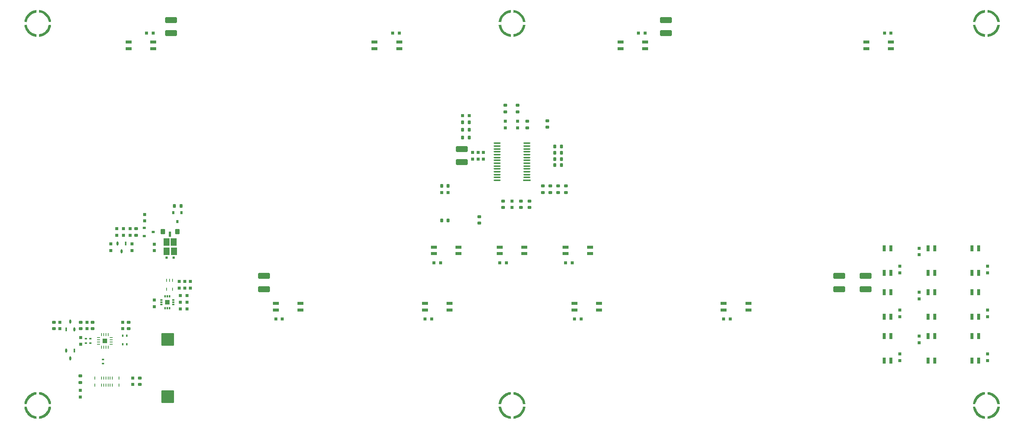
<source format=gtp>
G04*
G04 #@! TF.GenerationSoftware,Altium Limited,Altium Designer,24.5.1 (21)*
G04*
G04 Layer_Color=8421504*
%FSLAX25Y25*%
%MOIN*%
G70*
G04*
G04 #@! TF.SameCoordinates,89CE71C2-79D1-448F-8852-A8AA6FA4BD66*
G04*
G04*
G04 #@! TF.FilePolarity,Positive*
G04*
G01*
G75*
%ADD22R,0.02489X0.02362*%
%ADD23R,0.02489X0.05118*%
%ADD24R,0.05245X0.06693*%
%ADD25R,0.03984X0.03984*%
G04:AMPARAMS|DCode=26|XSize=27.56mil|YSize=30.32mil|CornerRadius=2.76mil|HoleSize=0mil|Usage=FLASHONLY|Rotation=270.000|XOffset=0mil|YOffset=0mil|HoleType=Round|Shape=RoundedRectangle|*
%AMROUNDEDRECTD26*
21,1,0.02756,0.02480,0,0,270.0*
21,1,0.02205,0.03032,0,0,270.0*
1,1,0.00551,-0.01240,-0.01102*
1,1,0.00551,-0.01240,0.01102*
1,1,0.00551,0.01240,0.01102*
1,1,0.00551,0.01240,-0.01102*
%
%ADD26ROUNDEDRECTD26*%
G04:AMPARAMS|DCode=27|XSize=27.56mil|YSize=27.56mil|CornerRadius=2.76mil|HoleSize=0mil|Usage=FLASHONLY|Rotation=270.000|XOffset=0mil|YOffset=0mil|HoleType=Round|Shape=RoundedRectangle|*
%AMROUNDEDRECTD27*
21,1,0.02756,0.02205,0,0,270.0*
21,1,0.02205,0.02756,0,0,270.0*
1,1,0.00551,-0.01102,-0.01102*
1,1,0.00551,-0.01102,0.01102*
1,1,0.00551,0.01102,0.01102*
1,1,0.00551,0.01102,-0.01102*
%
%ADD27ROUNDEDRECTD27*%
G04:AMPARAMS|DCode=28|XSize=27.56mil|YSize=27.56mil|CornerRadius=1.18mil|HoleSize=0mil|Usage=FLASHONLY|Rotation=270.000|XOffset=0mil|YOffset=0mil|HoleType=Round|Shape=RoundedRectangle|*
%AMROUNDEDRECTD28*
21,1,0.02756,0.02520,0,0,270.0*
21,1,0.02520,0.02756,0,0,270.0*
1,1,0.00236,-0.01260,-0.01260*
1,1,0.00236,-0.01260,0.01260*
1,1,0.00236,0.01260,0.01260*
1,1,0.00236,0.01260,-0.01260*
%
%ADD28ROUNDEDRECTD28*%
G04:AMPARAMS|DCode=29|XSize=55.12mil|YSize=28.35mil|CornerRadius=1.26mil|HoleSize=0mil|Usage=FLASHONLY|Rotation=0.000|XOffset=0mil|YOffset=0mil|HoleType=Round|Shape=RoundedRectangle|*
%AMROUNDEDRECTD29*
21,1,0.05512,0.02583,0,0,0.0*
21,1,0.05260,0.02835,0,0,0.0*
1,1,0.00252,0.02630,-0.01291*
1,1,0.00252,-0.02630,-0.01291*
1,1,0.00252,-0.02630,0.01291*
1,1,0.00252,0.02630,0.01291*
%
%ADD29ROUNDEDRECTD29*%
G04:AMPARAMS|DCode=30|XSize=55.12mil|YSize=28.35mil|CornerRadius=1.26mil|HoleSize=0mil|Usage=FLASHONLY|Rotation=90.000|XOffset=0mil|YOffset=0mil|HoleType=Round|Shape=RoundedRectangle|*
%AMROUNDEDRECTD30*
21,1,0.05512,0.02583,0,0,90.0*
21,1,0.05260,0.02835,0,0,90.0*
1,1,0.00252,0.01291,0.02630*
1,1,0.00252,0.01291,-0.02630*
1,1,0.00252,-0.01291,-0.02630*
1,1,0.00252,-0.01291,0.02630*
%
%ADD30ROUNDEDRECTD30*%
%ADD31R,0.00787X0.02953*%
G04:AMPARAMS|DCode=32|XSize=9.84mil|YSize=29.53mil|CornerRadius=1.48mil|HoleSize=0mil|Usage=FLASHONLY|Rotation=90.000|XOffset=0mil|YOffset=0mil|HoleType=Round|Shape=RoundedRectangle|*
%AMROUNDEDRECTD32*
21,1,0.00984,0.02657,0,0,90.0*
21,1,0.00689,0.02953,0,0,90.0*
1,1,0.00295,0.01329,0.00345*
1,1,0.00295,0.01329,-0.00345*
1,1,0.00295,-0.01329,-0.00345*
1,1,0.00295,-0.01329,0.00345*
%
%ADD32ROUNDEDRECTD32*%
G04:AMPARAMS|DCode=33|XSize=9.84mil|YSize=29.53mil|CornerRadius=1.48mil|HoleSize=0mil|Usage=FLASHONLY|Rotation=0.000|XOffset=0mil|YOffset=0mil|HoleType=Round|Shape=RoundedRectangle|*
%AMROUNDEDRECTD33*
21,1,0.00984,0.02657,0,0,0.0*
21,1,0.00689,0.02953,0,0,0.0*
1,1,0.00295,0.00345,-0.01329*
1,1,0.00295,-0.00345,-0.01329*
1,1,0.00295,-0.00345,0.01329*
1,1,0.00295,0.00345,0.01329*
%
%ADD33ROUNDEDRECTD33*%
G04:AMPARAMS|DCode=34|XSize=42.33mil|YSize=42.33mil|CornerRadius=0mil|HoleSize=0mil|Usage=FLASHONLY|Rotation=0.000|XOffset=0mil|YOffset=0mil|HoleType=Round|Shape=RoundedRectangle|*
%AMROUNDEDRECTD34*
21,1,0.04233,0.04233,0,0,0.0*
21,1,0.04233,0.04233,0,0,0.0*
1,1,0.00000,0.02116,-0.02116*
1,1,0.00000,-0.02116,-0.02116*
1,1,0.00000,-0.02116,0.02116*
1,1,0.00000,0.02116,0.02116*
%
%ADD34ROUNDEDRECTD34*%
%ADD35R,0.01759X0.03775*%
G04:AMPARAMS|DCode=36|XSize=37.75mil|YSize=17.59mil|CornerRadius=8.8mil|HoleSize=0mil|Usage=FLASHONLY|Rotation=270.000|XOffset=0mil|YOffset=0mil|HoleType=Round|Shape=RoundedRectangle|*
%AMROUNDEDRECTD36*
21,1,0.03775,0.00000,0,0,270.0*
21,1,0.02015,0.01759,0,0,270.0*
1,1,0.01759,0.00000,-0.01008*
1,1,0.01759,0.00000,0.01008*
1,1,0.01759,0.00000,0.01008*
1,1,0.01759,0.00000,-0.01008*
%
%ADD36ROUNDEDRECTD36*%
G04:AMPARAMS|DCode=37|XSize=15.75mil|YSize=19.68mil|CornerRadius=0.49mil|HoleSize=0mil|Usage=FLASHONLY|Rotation=0.000|XOffset=0mil|YOffset=0mil|HoleType=Round|Shape=RoundedRectangle|*
%AMROUNDEDRECTD37*
21,1,0.01575,0.01870,0,0,0.0*
21,1,0.01476,0.01968,0,0,0.0*
1,1,0.00098,0.00738,-0.00935*
1,1,0.00098,-0.00738,-0.00935*
1,1,0.00098,-0.00738,0.00935*
1,1,0.00098,0.00738,0.00935*
%
%ADD37ROUNDEDRECTD37*%
G04:AMPARAMS|DCode=38|XSize=27.56mil|YSize=30.32mil|CornerRadius=2.76mil|HoleSize=0mil|Usage=FLASHONLY|Rotation=180.000|XOffset=0mil|YOffset=0mil|HoleType=Round|Shape=RoundedRectangle|*
%AMROUNDEDRECTD38*
21,1,0.02756,0.02480,0,0,180.0*
21,1,0.02205,0.03032,0,0,180.0*
1,1,0.00551,-0.01102,0.01240*
1,1,0.00551,0.01102,0.01240*
1,1,0.00551,0.01102,-0.01240*
1,1,0.00551,-0.01102,-0.01240*
%
%ADD38ROUNDEDRECTD38*%
G04:AMPARAMS|DCode=39|XSize=27.56mil|YSize=19.68mil|CornerRadius=1.58mil|HoleSize=0mil|Usage=FLASHONLY|Rotation=270.000|XOffset=0mil|YOffset=0mil|HoleType=Round|Shape=RoundedRectangle|*
%AMROUNDEDRECTD39*
21,1,0.02756,0.01654,0,0,270.0*
21,1,0.02441,0.01968,0,0,270.0*
1,1,0.00315,-0.00827,-0.01221*
1,1,0.00315,-0.00827,0.01221*
1,1,0.00315,0.00827,0.01221*
1,1,0.00315,0.00827,-0.01221*
%
%ADD39ROUNDEDRECTD39*%
G04:AMPARAMS|DCode=40|XSize=114.17mil|YSize=114.17mil|CornerRadius=9.84mil|HoleSize=0mil|Usage=FLASHONLY|Rotation=90.000|XOffset=0mil|YOffset=0mil|HoleType=Round|Shape=RoundedRectangle|*
%AMROUNDEDRECTD40*
21,1,0.11417,0.09449,0,0,90.0*
21,1,0.09449,0.11417,0,0,90.0*
1,1,0.01968,0.04724,0.04724*
1,1,0.01968,0.04724,-0.04724*
1,1,0.01968,-0.04724,-0.04724*
1,1,0.01968,-0.04724,0.04724*
%
%ADD40ROUNDEDRECTD40*%
G04:AMPARAMS|DCode=41|XSize=39.37mil|YSize=47.24mil|CornerRadius=4.53mil|HoleSize=0mil|Usage=FLASHONLY|Rotation=0.000|XOffset=0mil|YOffset=0mil|HoleType=Round|Shape=RoundedRectangle|*
%AMROUNDEDRECTD41*
21,1,0.03937,0.03819,0,0,0.0*
21,1,0.03032,0.04724,0,0,0.0*
1,1,0.00906,0.01516,-0.01909*
1,1,0.00906,-0.01516,-0.01909*
1,1,0.00906,-0.01516,0.01909*
1,1,0.00906,0.01516,0.01909*
%
%ADD41ROUNDEDRECTD41*%
%ADD42R,0.06507X0.01240*%
G04:AMPARAMS|DCode=43|XSize=65.07mil|YSize=12.4mil|CornerRadius=6.2mil|HoleSize=0mil|Usage=FLASHONLY|Rotation=180.000|XOffset=0mil|YOffset=0mil|HoleType=Round|Shape=RoundedRectangle|*
%AMROUNDEDRECTD43*
21,1,0.06507,0.00000,0,0,180.0*
21,1,0.05267,0.01240,0,0,180.0*
1,1,0.01240,-0.02634,0.00000*
1,1,0.01240,0.02634,0.00000*
1,1,0.01240,0.02634,0.00000*
1,1,0.01240,-0.02634,0.00000*
%
%ADD43ROUNDEDRECTD43*%
G04:AMPARAMS|DCode=44|XSize=27.56mil|YSize=7.87mil|CornerRadius=0mil|HoleSize=0mil|Usage=FLASHONLY|Rotation=270.000|XOffset=0mil|YOffset=0mil|HoleType=Round|Shape=RoundedRectangle|*
%AMROUNDEDRECTD44*
21,1,0.02756,0.00787,0,0,270.0*
21,1,0.02756,0.00787,0,0,270.0*
1,1,0.00000,-0.00394,-0.01378*
1,1,0.00000,-0.00394,0.01378*
1,1,0.00000,0.00394,0.01378*
1,1,0.00000,0.00394,-0.01378*
%
%ADD44ROUNDEDRECTD44*%
%ADD45O,0.00787X0.02756*%
G04:AMPARAMS|DCode=46|XSize=27.56mil|YSize=19.68mil|CornerRadius=1.58mil|HoleSize=0mil|Usage=FLASHONLY|Rotation=0.000|XOffset=0mil|YOffset=0mil|HoleType=Round|Shape=RoundedRectangle|*
%AMROUNDEDRECTD46*
21,1,0.02756,0.01654,0,0,0.0*
21,1,0.02441,0.01968,0,0,0.0*
1,1,0.00315,0.01221,-0.00827*
1,1,0.00315,-0.01221,-0.00827*
1,1,0.00315,-0.01221,0.00827*
1,1,0.00315,0.01221,0.00827*
%
%ADD46ROUNDEDRECTD46*%
%ADD47R,0.01378X0.02362*%
%ADD48R,0.02362X0.01378*%
G04:AMPARAMS|DCode=49|XSize=15.75mil|YSize=19.68mil|CornerRadius=0.49mil|HoleSize=0mil|Usage=FLASHONLY|Rotation=90.000|XOffset=0mil|YOffset=0mil|HoleType=Round|Shape=RoundedRectangle|*
%AMROUNDEDRECTD49*
21,1,0.01575,0.01870,0,0,90.0*
21,1,0.01476,0.01968,0,0,90.0*
1,1,0.00098,0.00935,0.00738*
1,1,0.00098,0.00935,-0.00738*
1,1,0.00098,-0.00935,-0.00738*
1,1,0.00098,-0.00935,0.00738*
%
%ADD49ROUNDEDRECTD49*%
G04:AMPARAMS|DCode=50|XSize=27.56mil|YSize=27.56mil|CornerRadius=2.76mil|HoleSize=0mil|Usage=FLASHONLY|Rotation=180.000|XOffset=0mil|YOffset=0mil|HoleType=Round|Shape=RoundedRectangle|*
%AMROUNDEDRECTD50*
21,1,0.02756,0.02205,0,0,180.0*
21,1,0.02205,0.02756,0,0,180.0*
1,1,0.00551,-0.01102,0.01102*
1,1,0.00551,0.01102,0.01102*
1,1,0.00551,0.01102,-0.01102*
1,1,0.00551,-0.01102,-0.01102*
%
%ADD50ROUNDEDRECTD50*%
G04:AMPARAMS|DCode=51|XSize=51.18mil|YSize=106.3mil|CornerRadius=6.3mil|HoleSize=0mil|Usage=FLASHONLY|Rotation=90.000|XOffset=0mil|YOffset=0mil|HoleType=Round|Shape=RoundedRectangle|*
%AMROUNDEDRECTD51*
21,1,0.05118,0.09370,0,0,90.0*
21,1,0.03858,0.10630,0,0,90.0*
1,1,0.01260,0.04685,0.01929*
1,1,0.01260,0.04685,-0.01929*
1,1,0.01260,-0.04685,-0.01929*
1,1,0.01260,-0.04685,0.01929*
%
%ADD51ROUNDEDRECTD51*%
G36*
X27263Y37549D02*
X28670Y37305D01*
X30036Y36891D01*
X31341Y36313D01*
X32566Y35579D01*
X33691Y34701D01*
X34701Y33691D01*
X35579Y32566D01*
X36313Y31341D01*
X36891Y30036D01*
X37304Y28670D01*
X37548Y27263D01*
X37572Y26773D01*
X35630Y26773D01*
X35382D01*
X35285Y27493D01*
X35283Y27501D01*
X35282Y27510D01*
X35277Y27534D01*
X35272Y27558D01*
X35269Y27566D01*
X35268Y27575D01*
X34805Y29213D01*
X34797Y29234D01*
X34791Y29256D01*
X34787Y29266D01*
X34783Y29276D01*
X34773Y29296D01*
X34765Y29317D01*
X34003Y30839D01*
X33992Y30859D01*
X33982Y30879D01*
X33976Y30888D01*
X33970Y30897D01*
X33957Y30915D01*
X33944Y30934D01*
X32912Y32287D01*
X32897Y32304D01*
X32883Y32322D01*
X32876Y32330D01*
X32869Y32338D01*
X32852Y32353D01*
X32837Y32369D01*
X31569Y33506D01*
X31552Y33520D01*
X31535Y33534D01*
X31526Y33540D01*
X31517Y33547D01*
X31498Y33559D01*
X31480Y33572D01*
X30022Y34451D01*
X30002Y34462D01*
X29983Y34473D01*
X29973Y34477D01*
X29963Y34482D01*
X29943Y34491D01*
X29922Y34500D01*
X28326Y35091D01*
X28304Y35098D01*
X28283Y35105D01*
X28272Y35107D01*
X28262Y35111D01*
X28240Y35115D01*
X28218Y35120D01*
X26637Y35386D01*
X26639Y35390D01*
X26649Y35403D01*
X26657Y35418D01*
X26665Y35432D01*
X26673Y35447D01*
X26681Y35461D01*
X26687Y35477D01*
X26694Y35492D01*
X26724Y35562D01*
X26730Y35582D01*
X26738Y35601D01*
X26741Y35613D01*
X26745Y35625D01*
X26750Y35645D01*
X26755Y35665D01*
X26757Y35677D01*
X26760Y35689D01*
X26762Y35710D01*
X26765Y35730D01*
X26768Y35756D01*
X26769Y35761D01*
X26770Y35787D01*
X26772Y35813D01*
X26772Y35820D01*
X26773Y35827D01*
Y37573D01*
X27263Y37549D01*
D02*
G37*
G36*
X24409Y35825D02*
X24411Y35797D01*
X24412Y35769D01*
X24416Y35730D01*
X24419Y35710D01*
X24421Y35689D01*
X24424Y35677D01*
X24426Y35665D01*
X24431Y35645D01*
X24436Y35624D01*
X24440Y35613D01*
X24443Y35601D01*
X24451Y35581D01*
X24458Y35562D01*
X24487Y35491D01*
X24495Y35476D01*
X24501Y35460D01*
X24509Y35446D01*
X24516Y35431D01*
X24525Y35417D01*
X24533Y35402D01*
X24542Y35389D01*
X24551Y35375D01*
X24558Y35366D01*
X22794Y35002D01*
X22771Y34996D01*
X22748Y34990D01*
X22739Y34987D01*
X22730Y34985D01*
X22708Y34976D01*
X22685Y34968D01*
X21017Y34268D01*
X20995Y34257D01*
X20974Y34247D01*
X20966Y34242D01*
X20958Y34239D01*
X20937Y34226D01*
X20916Y34213D01*
X19415Y33205D01*
X19396Y33190D01*
X19376Y33176D01*
X19369Y33170D01*
X19362Y33165D01*
X19344Y33148D01*
X19327Y33132D01*
X18047Y31853D01*
X18031Y31835D01*
X18015Y31817D01*
X18009Y31810D01*
X18003Y31804D01*
X17989Y31784D01*
X17975Y31765D01*
X16966Y30263D01*
X16954Y30242D01*
X16941Y30222D01*
X16937Y30214D01*
X16932Y30206D01*
X16922Y30184D01*
X16912Y30162D01*
X16212Y28495D01*
X16204Y28472D01*
X16195Y28449D01*
X16192Y28441D01*
X16189Y28432D01*
X16184Y28409D01*
X16178Y28385D01*
X15814Y26624D01*
X15805Y26631D01*
X15791Y26640D01*
X15777Y26649D01*
X15763Y26657D01*
X15748Y26666D01*
X15734Y26673D01*
X15719Y26681D01*
X15704Y26687D01*
X15688Y26695D01*
X15618Y26724D01*
X15598Y26731D01*
X15578Y26739D01*
X15566Y26742D01*
X15555Y26746D01*
X15534Y26750D01*
X15514Y26756D01*
X15502Y26758D01*
X15490Y26760D01*
X15469Y26763D01*
X15449Y26766D01*
X15425Y26768D01*
X15421Y26769D01*
X15412Y26769D01*
X15410Y26770D01*
X15407Y26770D01*
X15399Y26770D01*
X15377Y26772D01*
X15366Y26772D01*
X15354Y26773D01*
X13608Y26773D01*
X13632Y27263D01*
X13876Y28670D01*
X14290Y30036D01*
X14868Y31341D01*
X15602Y32566D01*
X16480Y33691D01*
X17490Y34701D01*
X18615Y35579D01*
X19840Y36312D01*
X21145Y36891D01*
X22511Y37304D01*
X23918Y37548D01*
X24409Y37572D01*
X24409Y35825D01*
D02*
G37*
G36*
X16158Y22788D02*
X16164Y22764D01*
X16170Y22740D01*
X16173Y22732D01*
X16175Y22724D01*
X16183Y22701D01*
X16192Y22677D01*
X16887Y21001D01*
X16898Y20979D01*
X16908Y20956D01*
X16912Y20949D01*
X16916Y20942D01*
X16929Y20921D01*
X16942Y20899D01*
X17950Y19391D01*
X17965Y19371D01*
X17980Y19351D01*
X17985Y19344D01*
X17990Y19338D01*
X18007Y19320D01*
X18024Y19301D01*
X19307Y18019D01*
X19326Y18002D01*
X19344Y17985D01*
X19351Y17980D01*
X19357Y17975D01*
X19377Y17960D01*
X19397Y17945D01*
X20906Y16938D01*
X20927Y16925D01*
X20949Y16912D01*
X20956Y16908D01*
X20963Y16904D01*
X20986Y16894D01*
X21008Y16883D01*
X22685Y16190D01*
X22709Y16181D01*
X22732Y16173D01*
X22740Y16171D01*
X22748Y16168D01*
X22772Y16162D01*
X22796Y16156D01*
X24552Y15808D01*
X24549Y15804D01*
X24541Y15791D01*
X24532Y15779D01*
X24523Y15763D01*
X24514Y15748D01*
X24507Y15734D01*
X24500Y15721D01*
X24493Y15704D01*
X24485Y15688D01*
X24456Y15617D01*
X24449Y15597D01*
X24441Y15577D01*
X24438Y15565D01*
X24434Y15554D01*
X24430Y15533D01*
X24424Y15513D01*
X24422Y15501D01*
X24420Y15490D01*
X24418Y15468D01*
X24415Y15447D01*
X24411Y15408D01*
X24410Y15381D01*
X24408Y15354D01*
X24408Y13608D01*
X23918Y13632D01*
X22511Y13876D01*
X21145Y14290D01*
X19840Y14868D01*
X18615Y15602D01*
X17490Y16480D01*
X16480Y17490D01*
X15602Y18615D01*
X14868Y19840D01*
X14290Y21145D01*
X13876Y22511D01*
X13632Y23918D01*
X13608Y24407D01*
X15365Y24409D01*
X15394Y24411D01*
X15423Y24412D01*
X15459Y24416D01*
X15480Y24419D01*
X15500Y24421D01*
X15513Y24424D01*
X15525Y24426D01*
X15545Y24431D01*
X15565Y24436D01*
X15577Y24440D01*
X15589Y24443D01*
X15608Y24451D01*
X15628Y24458D01*
X15695Y24486D01*
X15710Y24493D01*
X15725Y24499D01*
X15739Y24507D01*
X15754Y24514D01*
X15768Y24523D01*
X15783Y24531D01*
X15797Y24541D01*
X15807Y24548D01*
X16158Y22788D01*
D02*
G37*
G36*
X37573Y24408D02*
X37549Y23917D01*
X37306Y22511D01*
X36892Y21144D01*
X36314Y19839D01*
X35580Y18614D01*
X34702Y17489D01*
X33692Y16479D01*
X32567Y15601D01*
X31342Y14867D01*
X30037Y14289D01*
X28670Y13875D01*
X27264Y13632D01*
X26773Y13608D01*
X26772Y15354D01*
X26771Y15382D01*
X26770Y15410D01*
X26766Y15448D01*
X26763Y15469D01*
X26761Y15491D01*
X26758Y15502D01*
X26756Y15514D01*
X26751Y15535D01*
X26746Y15555D01*
X26742Y15566D01*
X26739Y15578D01*
X26731Y15598D01*
X26724Y15618D01*
X26695Y15689D01*
X26688Y15705D01*
X26681Y15721D01*
X26673Y15734D01*
X26667Y15749D01*
X26657Y15764D01*
X26649Y15779D01*
X26640Y15792D01*
X26631Y15805D01*
X26627Y15810D01*
X28211Y16103D01*
X28231Y16108D01*
X28252Y16112D01*
X28264Y16116D01*
X28275Y16119D01*
X28295Y16126D01*
X28315Y16132D01*
X29892Y16736D01*
X29911Y16745D01*
X29931Y16753D01*
X29942Y16759D01*
X29953Y16764D01*
X29971Y16774D01*
X29989Y16784D01*
X31430Y17666D01*
X31447Y17678D01*
X31465Y17689D01*
X31475Y17696D01*
X31485Y17703D01*
X31501Y17717D01*
X31517Y17730D01*
X32773Y18859D01*
X32788Y18874D01*
X32803Y18888D01*
X32811Y18898D01*
X32820Y18906D01*
X32833Y18923D01*
X32847Y18938D01*
X33876Y20277D01*
X33888Y20295D01*
X33901Y20311D01*
X33907Y20322D01*
X33914Y20332D01*
X33924Y20351D01*
X33934Y20369D01*
X34703Y21873D01*
X34712Y21892D01*
X34721Y21911D01*
X34725Y21922D01*
X34730Y21933D01*
X34736Y21953D01*
X34743Y21973D01*
X35226Y23592D01*
X35227Y23599D01*
X35230Y23606D01*
X35235Y23631D01*
X35241Y23656D01*
X35242Y23664D01*
X35243Y23671D01*
X35357Y24408D01*
X37573Y24408D01*
D02*
G37*
G36*
X27263Y380069D02*
X28670Y379825D01*
X30036Y379411D01*
X31341Y378833D01*
X32566Y378099D01*
X33691Y377221D01*
X34701Y376211D01*
X35579Y375086D01*
X36313Y373861D01*
X36891Y372556D01*
X37304Y371189D01*
X37548Y369783D01*
X37572Y369292D01*
X35630Y369292D01*
X35382D01*
X35285Y370013D01*
X35283Y370021D01*
X35282Y370030D01*
X35277Y370054D01*
X35272Y370078D01*
X35269Y370086D01*
X35268Y370094D01*
X34805Y371733D01*
X34797Y371754D01*
X34791Y371775D01*
X34787Y371785D01*
X34783Y371795D01*
X34773Y371816D01*
X34765Y371836D01*
X34003Y373359D01*
X33992Y373379D01*
X33982Y373398D01*
X33976Y373408D01*
X33970Y373417D01*
X33957Y373435D01*
X33944Y373453D01*
X32912Y374807D01*
X32897Y374824D01*
X32883Y374842D01*
X32876Y374849D01*
X32869Y374857D01*
X32852Y374873D01*
X32837Y374889D01*
X31569Y376025D01*
X31552Y376040D01*
X31535Y376054D01*
X31526Y376060D01*
X31517Y376067D01*
X31498Y376079D01*
X31480Y376091D01*
X30022Y376971D01*
X30002Y376982D01*
X29983Y376993D01*
X29973Y376997D01*
X29963Y377002D01*
X29943Y377010D01*
X29922Y377019D01*
X28326Y377611D01*
X28304Y377617D01*
X28283Y377625D01*
X28272Y377627D01*
X28262Y377630D01*
X28240Y377635D01*
X28218Y377639D01*
X26637Y377906D01*
X26639Y377909D01*
X26649Y377923D01*
X26657Y377938D01*
X26665Y377952D01*
X26673Y377966D01*
X26681Y377981D01*
X26687Y377996D01*
X26694Y378011D01*
X26724Y378082D01*
X26730Y378101D01*
X26738Y378120D01*
X26741Y378133D01*
X26745Y378144D01*
X26750Y378165D01*
X26755Y378185D01*
X26757Y378197D01*
X26760Y378209D01*
X26762Y378230D01*
X26765Y378250D01*
X26768Y378275D01*
X26769Y378280D01*
X26770Y378307D01*
X26772Y378333D01*
X26772Y378340D01*
X26773Y378346D01*
Y380093D01*
X27263Y380069D01*
D02*
G37*
G36*
X24409Y378345D02*
X24411Y378316D01*
X24412Y378289D01*
X24416Y378250D01*
X24419Y378230D01*
X24421Y378209D01*
X24424Y378197D01*
X24426Y378185D01*
X24431Y378164D01*
X24436Y378144D01*
X24440Y378133D01*
X24443Y378121D01*
X24451Y378101D01*
X24458Y378081D01*
X24487Y378011D01*
X24495Y377995D01*
X24501Y377980D01*
X24509Y377966D01*
X24516Y377951D01*
X24525Y377937D01*
X24533Y377922D01*
X24542Y377909D01*
X24551Y377895D01*
X24558Y377886D01*
X22794Y377521D01*
X22771Y377515D01*
X22748Y377510D01*
X22739Y377507D01*
X22730Y377504D01*
X22708Y377496D01*
X22685Y377488D01*
X21017Y376787D01*
X20995Y376777D01*
X20974Y376767D01*
X20966Y376762D01*
X20958Y376758D01*
X20937Y376745D01*
X20916Y376733D01*
X19415Y375725D01*
X19396Y375710D01*
X19376Y375696D01*
X19369Y375690D01*
X19362Y375684D01*
X19344Y375668D01*
X19327Y375652D01*
X18047Y374373D01*
X18031Y374355D01*
X18015Y374337D01*
X18009Y374330D01*
X18003Y374323D01*
X17989Y374304D01*
X17975Y374284D01*
X16966Y372783D01*
X16954Y372762D01*
X16941Y372742D01*
X16937Y372734D01*
X16932Y372726D01*
X16922Y372704D01*
X16912Y372682D01*
X16212Y371014D01*
X16204Y370992D01*
X16195Y370969D01*
X16192Y370960D01*
X16189Y370952D01*
X16184Y370928D01*
X16178Y370905D01*
X15814Y369143D01*
X15805Y369151D01*
X15791Y369159D01*
X15777Y369169D01*
X15763Y369177D01*
X15748Y369186D01*
X15734Y369193D01*
X15719Y369201D01*
X15704Y369207D01*
X15688Y369215D01*
X15618Y369244D01*
X15598Y369251D01*
X15578Y369258D01*
X15566Y369262D01*
X15555Y369266D01*
X15534Y369270D01*
X15514Y369275D01*
X15502Y369277D01*
X15490Y369280D01*
X15469Y369282D01*
X15449Y369285D01*
X15425Y369288D01*
X15421Y369288D01*
X15412Y369289D01*
X15410Y369289D01*
X15407Y369289D01*
X15399Y369290D01*
X15377Y369292D01*
X15366Y369292D01*
X15354Y369292D01*
X13608Y369292D01*
X13632Y369783D01*
X13876Y371190D01*
X14290Y372556D01*
X14868Y373861D01*
X15602Y375085D01*
X16480Y376211D01*
X17490Y377220D01*
X18615Y378098D01*
X19840Y378832D01*
X21145Y379410D01*
X22511Y379824D01*
X23918Y380068D01*
X24409Y380092D01*
X24409Y378345D01*
D02*
G37*
G36*
X16158Y365308D02*
X16164Y365284D01*
X16170Y365260D01*
X16173Y365252D01*
X16175Y365244D01*
X16183Y365220D01*
X16192Y365197D01*
X16887Y363521D01*
X16898Y363498D01*
X16908Y363476D01*
X16912Y363469D01*
X16916Y363461D01*
X16929Y363440D01*
X16942Y363419D01*
X17950Y361911D01*
X17965Y361891D01*
X17980Y361870D01*
X17985Y361864D01*
X17990Y361858D01*
X18007Y361840D01*
X18024Y361821D01*
X19307Y360539D01*
X19326Y360522D01*
X19344Y360505D01*
X19351Y360500D01*
X19357Y360494D01*
X19377Y360480D01*
X19397Y360465D01*
X20906Y359458D01*
X20927Y359445D01*
X20949Y359432D01*
X20956Y359428D01*
X20963Y359424D01*
X20986Y359414D01*
X21008Y359403D01*
X22685Y358709D01*
X22709Y358701D01*
X22732Y358692D01*
X22740Y358690D01*
X22748Y358687D01*
X22772Y358682D01*
X22796Y358676D01*
X24552Y358327D01*
X24549Y358324D01*
X24541Y358311D01*
X24532Y358298D01*
X24523Y358283D01*
X24514Y358268D01*
X24507Y358254D01*
X24500Y358240D01*
X24493Y358224D01*
X24485Y358208D01*
X24456Y358137D01*
X24449Y358116D01*
X24441Y358096D01*
X24438Y358085D01*
X24434Y358074D01*
X24430Y358053D01*
X24424Y358032D01*
X24422Y358021D01*
X24420Y358009D01*
X24418Y357988D01*
X24415Y357967D01*
X24411Y357928D01*
X24410Y357901D01*
X24408Y357874D01*
X24408Y356128D01*
X23918Y356152D01*
X22511Y356396D01*
X21145Y356810D01*
X19840Y357388D01*
X18615Y358122D01*
X17490Y359000D01*
X16480Y360009D01*
X15602Y361135D01*
X14868Y362359D01*
X14290Y363665D01*
X13876Y365031D01*
X13632Y366437D01*
X13608Y366927D01*
X15365Y366929D01*
X15394Y366930D01*
X15423Y366932D01*
X15459Y366935D01*
X15480Y366938D01*
X15500Y366941D01*
X15513Y366944D01*
X15525Y366945D01*
X15545Y366951D01*
X15565Y366955D01*
X15577Y366960D01*
X15589Y366963D01*
X15608Y366971D01*
X15628Y366978D01*
X15695Y367005D01*
X15710Y367013D01*
X15725Y367019D01*
X15739Y367027D01*
X15754Y367034D01*
X15768Y367043D01*
X15783Y367051D01*
X15797Y367061D01*
X15807Y367068D01*
X16158Y365308D01*
D02*
G37*
G36*
X37573Y366928D02*
X37549Y366437D01*
X37306Y365030D01*
X36892Y363664D01*
X36314Y362359D01*
X35580Y361134D01*
X34702Y360008D01*
X33692Y358999D01*
X32567Y358121D01*
X31342Y357387D01*
X30037Y356809D01*
X28670Y356395D01*
X27264Y356152D01*
X26773Y356128D01*
X26772Y357874D01*
X26771Y357902D01*
X26770Y357930D01*
X26766Y357968D01*
X26763Y357989D01*
X26761Y358010D01*
X26758Y358022D01*
X26756Y358034D01*
X26751Y358054D01*
X26746Y358075D01*
X26742Y358086D01*
X26739Y358098D01*
X26731Y358118D01*
X26724Y358138D01*
X26695Y358209D01*
X26688Y358224D01*
X26681Y358240D01*
X26673Y358254D01*
X26667Y358268D01*
X26657Y358283D01*
X26649Y358298D01*
X26640Y358311D01*
X26631Y358325D01*
X26627Y358330D01*
X28211Y358623D01*
X28231Y358628D01*
X28252Y358632D01*
X28264Y358635D01*
X28275Y358638D01*
X28295Y358646D01*
X28315Y358652D01*
X29892Y359256D01*
X29911Y359265D01*
X29931Y359273D01*
X29942Y359278D01*
X29953Y359283D01*
X29971Y359294D01*
X29989Y359304D01*
X31430Y360185D01*
X31447Y360197D01*
X31465Y360208D01*
X31475Y360216D01*
X31485Y360223D01*
X31501Y360237D01*
X31517Y360250D01*
X32773Y361379D01*
X32788Y361394D01*
X32803Y361408D01*
X32811Y361417D01*
X32820Y361426D01*
X32833Y361442D01*
X32847Y361458D01*
X33876Y362797D01*
X33888Y362814D01*
X33901Y362831D01*
X33907Y362842D01*
X33914Y362852D01*
X33924Y362870D01*
X33934Y362888D01*
X34703Y364392D01*
X34712Y364411D01*
X34721Y364430D01*
X34725Y364442D01*
X34730Y364453D01*
X34736Y364473D01*
X34743Y364493D01*
X35226Y366111D01*
X35227Y366119D01*
X35230Y366126D01*
X35235Y366151D01*
X35241Y366176D01*
X35242Y366183D01*
X35243Y366191D01*
X35357Y366928D01*
X37573Y366928D01*
D02*
G37*
G36*
X452460Y37549D02*
X453867Y37305D01*
X455233Y36891D01*
X456538Y36313D01*
X457763Y35579D01*
X458888Y34701D01*
X459898Y33691D01*
X460776Y32566D01*
X461509Y31341D01*
X462087Y30036D01*
X462501Y28670D01*
X462745Y27263D01*
X462769Y26773D01*
X460827Y26773D01*
X460579D01*
X460482Y27493D01*
X460480Y27501D01*
X460479Y27510D01*
X460474Y27534D01*
X460469Y27558D01*
X460466Y27566D01*
X460464Y27575D01*
X460002Y29213D01*
X459994Y29234D01*
X459988Y29256D01*
X459983Y29266D01*
X459980Y29276D01*
X459970Y29296D01*
X459961Y29317D01*
X459200Y30839D01*
X459189Y30859D01*
X459179Y30879D01*
X459172Y30888D01*
X459167Y30897D01*
X459154Y30915D01*
X459141Y30934D01*
X458109Y32287D01*
X458094Y32304D01*
X458080Y32322D01*
X458073Y32330D01*
X458066Y32338D01*
X458049Y32353D01*
X458034Y32369D01*
X456766Y33506D01*
X456748Y33520D01*
X456732Y33534D01*
X456723Y33540D01*
X456714Y33547D01*
X456695Y33559D01*
X456677Y33572D01*
X455219Y34451D01*
X455199Y34462D01*
X455180Y34473D01*
X455170Y34477D01*
X455160Y34482D01*
X455139Y34491D01*
X455119Y34500D01*
X453522Y35091D01*
X453501Y35098D01*
X453480Y35105D01*
X453469Y35107D01*
X453459Y35111D01*
X453437Y35115D01*
X453415Y35120D01*
X451834Y35386D01*
X451836Y35390D01*
X451846Y35403D01*
X451854Y35418D01*
X451862Y35432D01*
X451870Y35447D01*
X451878Y35461D01*
X451884Y35477D01*
X451891Y35492D01*
X451920Y35562D01*
X451927Y35582D01*
X451935Y35601D01*
X451938Y35613D01*
X451942Y35625D01*
X451947Y35645D01*
X451952Y35665D01*
X451954Y35677D01*
X451957Y35689D01*
X451959Y35710D01*
X451962Y35730D01*
X451965Y35756D01*
X451966Y35761D01*
X451967Y35787D01*
X451969Y35813D01*
X451969Y35820D01*
X451969Y35827D01*
Y37573D01*
X452460Y37549D01*
D02*
G37*
G36*
X449606Y35825D02*
X449608Y35797D01*
X449609Y35769D01*
X449613Y35730D01*
X449616Y35710D01*
X449618Y35689D01*
X449621Y35677D01*
X449623Y35665D01*
X449628Y35645D01*
X449633Y35624D01*
X449637Y35613D01*
X449640Y35601D01*
X449648Y35581D01*
X449655Y35562D01*
X449684Y35491D01*
X449691Y35476D01*
X449698Y35460D01*
X449706Y35446D01*
X449713Y35431D01*
X449722Y35417D01*
X449730Y35402D01*
X449739Y35389D01*
X449748Y35375D01*
X449755Y35366D01*
X447991Y35002D01*
X447968Y34996D01*
X447944Y34990D01*
X447936Y34987D01*
X447927Y34985D01*
X447905Y34976D01*
X447882Y34968D01*
X446214Y34268D01*
X446192Y34257D01*
X446170Y34247D01*
X446163Y34242D01*
X446154Y34239D01*
X446134Y34226D01*
X446113Y34213D01*
X444612Y33205D01*
X444593Y33190D01*
X444573Y33176D01*
X444566Y33170D01*
X444559Y33165D01*
X444541Y33148D01*
X444523Y33132D01*
X443244Y31853D01*
X443228Y31835D01*
X443212Y31817D01*
X443206Y31810D01*
X443200Y31804D01*
X443186Y31784D01*
X443172Y31765D01*
X442163Y30263D01*
X442151Y30242D01*
X442138Y30222D01*
X442134Y30214D01*
X442129Y30206D01*
X442119Y30184D01*
X442109Y30162D01*
X441408Y28495D01*
X441400Y28472D01*
X441392Y28449D01*
X441389Y28441D01*
X441386Y28432D01*
X441381Y28409D01*
X441374Y28385D01*
X441011Y26624D01*
X441002Y26631D01*
X440988Y26640D01*
X440974Y26649D01*
X440959Y26657D01*
X440945Y26666D01*
X440931Y26673D01*
X440916Y26681D01*
X440901Y26687D01*
X440885Y26695D01*
X440814Y26724D01*
X440795Y26731D01*
X440775Y26739D01*
X440763Y26742D01*
X440752Y26746D01*
X440731Y26750D01*
X440711Y26756D01*
X440699Y26758D01*
X440687Y26760D01*
X440666Y26763D01*
X440646Y26766D01*
X440622Y26768D01*
X440618Y26769D01*
X440609Y26769D01*
X440607Y26770D01*
X440604Y26770D01*
X440596Y26770D01*
X440574Y26772D01*
X440563Y26772D01*
X440551Y26773D01*
X438805Y26773D01*
X438829Y27263D01*
X439073Y28670D01*
X439487Y30036D01*
X440065Y31341D01*
X440799Y32566D01*
X441677Y33691D01*
X442687Y34701D01*
X443812Y35579D01*
X445037Y36312D01*
X446342Y36891D01*
X447708Y37304D01*
X449115Y37548D01*
X449606Y37572D01*
X449606Y35825D01*
D02*
G37*
G36*
X441355Y22788D02*
X441361Y22764D01*
X441367Y22740D01*
X441369Y22732D01*
X441372Y22724D01*
X441380Y22701D01*
X441389Y22677D01*
X442084Y21001D01*
X442095Y20979D01*
X442105Y20956D01*
X442109Y20949D01*
X442112Y20942D01*
X442126Y20921D01*
X442138Y20899D01*
X443147Y19391D01*
X443162Y19371D01*
X443177Y19351D01*
X443182Y19344D01*
X443187Y19338D01*
X443204Y19320D01*
X443221Y19301D01*
X444504Y18019D01*
X444523Y18002D01*
X444541Y17985D01*
X444548Y17980D01*
X444554Y17975D01*
X444574Y17960D01*
X444594Y17945D01*
X446103Y16938D01*
X446124Y16925D01*
X446145Y16912D01*
X446153Y16908D01*
X446160Y16904D01*
X446183Y16894D01*
X446205Y16883D01*
X447882Y16190D01*
X447905Y16181D01*
X447929Y16173D01*
X447937Y16171D01*
X447944Y16168D01*
X447969Y16162D01*
X447993Y16156D01*
X449748Y15808D01*
X449746Y15804D01*
X449738Y15791D01*
X449729Y15779D01*
X449720Y15763D01*
X449711Y15748D01*
X449704Y15734D01*
X449697Y15721D01*
X449690Y15704D01*
X449682Y15688D01*
X449653Y15617D01*
X449646Y15597D01*
X449638Y15577D01*
X449635Y15565D01*
X449631Y15554D01*
X449627Y15533D01*
X449621Y15513D01*
X449619Y15501D01*
X449617Y15490D01*
X449614Y15468D01*
X449611Y15447D01*
X449608Y15408D01*
X449607Y15381D01*
X449605Y15354D01*
X449605Y13608D01*
X449115Y13632D01*
X447708Y13876D01*
X446342Y14290D01*
X445037Y14868D01*
X443812Y15602D01*
X442687Y16480D01*
X441677Y17490D01*
X440799Y18615D01*
X440065Y19840D01*
X439487Y21145D01*
X439073Y22511D01*
X438829Y23918D01*
X438805Y24407D01*
X440562Y24409D01*
X440591Y24411D01*
X440620Y24412D01*
X440656Y24416D01*
X440677Y24419D01*
X440697Y24421D01*
X440709Y24424D01*
X440722Y24426D01*
X440742Y24431D01*
X440762Y24436D01*
X440774Y24440D01*
X440786Y24443D01*
X440805Y24451D01*
X440824Y24458D01*
X440892Y24486D01*
X440906Y24493D01*
X440922Y24499D01*
X440936Y24507D01*
X440951Y24514D01*
X440965Y24523D01*
X440980Y24531D01*
X440993Y24541D01*
X441004Y24548D01*
X441355Y22788D01*
D02*
G37*
G36*
X462770Y24408D02*
X462746Y23917D01*
X462503Y22511D01*
X462089Y21144D01*
X461511Y19839D01*
X460777Y18614D01*
X459899Y17489D01*
X458889Y16479D01*
X457764Y15601D01*
X456539Y14867D01*
X455233Y14289D01*
X453867Y13875D01*
X452460Y13632D01*
X451969Y13608D01*
X451969Y15354D01*
X451968Y15382D01*
X451967Y15410D01*
X451963Y15448D01*
X451960Y15469D01*
X451958Y15491D01*
X451955Y15502D01*
X451953Y15514D01*
X451948Y15535D01*
X451943Y15555D01*
X451939Y15566D01*
X451936Y15578D01*
X451928Y15598D01*
X451921Y15618D01*
X451892Y15689D01*
X451885Y15705D01*
X451878Y15721D01*
X451870Y15734D01*
X451863Y15749D01*
X451854Y15764D01*
X451846Y15779D01*
X451837Y15792D01*
X451828Y15805D01*
X451824Y15810D01*
X453408Y16103D01*
X453428Y16108D01*
X453449Y16112D01*
X453460Y16116D01*
X453472Y16119D01*
X453492Y16126D01*
X453512Y16132D01*
X455089Y16736D01*
X455108Y16745D01*
X455128Y16753D01*
X455138Y16759D01*
X455150Y16764D01*
X455168Y16774D01*
X455186Y16784D01*
X456627Y17666D01*
X456644Y17678D01*
X456662Y17689D01*
X456672Y17696D01*
X456682Y17703D01*
X456697Y17717D01*
X456714Y17730D01*
X457970Y18859D01*
X457985Y18874D01*
X458000Y18888D01*
X458008Y18898D01*
X458017Y18906D01*
X458030Y18923D01*
X458044Y18938D01*
X459073Y20277D01*
X459085Y20295D01*
X459098Y20311D01*
X459104Y20322D01*
X459111Y20332D01*
X459121Y20351D01*
X459131Y20369D01*
X459900Y21873D01*
X459909Y21892D01*
X459918Y21911D01*
X459922Y21922D01*
X459927Y21933D01*
X459933Y21953D01*
X459940Y21973D01*
X460423Y23592D01*
X460424Y23599D01*
X460427Y23606D01*
X460432Y23631D01*
X460438Y23656D01*
X460439Y23664D01*
X460440Y23671D01*
X460553Y24408D01*
X462770Y24408D01*
D02*
G37*
G36*
X452460Y380069D02*
X453867Y379825D01*
X455233Y379411D01*
X456538Y378833D01*
X457763Y378099D01*
X458888Y377221D01*
X459898Y376211D01*
X460776Y375086D01*
X461509Y373861D01*
X462087Y372556D01*
X462501Y371189D01*
X462745Y369783D01*
X462769Y369292D01*
X460827Y369292D01*
X460579D01*
X460482Y370013D01*
X460480Y370021D01*
X460479Y370030D01*
X460474Y370054D01*
X460469Y370078D01*
X460466Y370086D01*
X460464Y370094D01*
X460002Y371733D01*
X459994Y371754D01*
X459988Y371775D01*
X459983Y371785D01*
X459980Y371795D01*
X459970Y371816D01*
X459961Y371836D01*
X459200Y373359D01*
X459189Y373379D01*
X459179Y373398D01*
X459172Y373408D01*
X459167Y373417D01*
X459154Y373435D01*
X459141Y373453D01*
X458109Y374807D01*
X458094Y374824D01*
X458080Y374842D01*
X458073Y374849D01*
X458066Y374857D01*
X458049Y374873D01*
X458034Y374889D01*
X456766Y376025D01*
X456748Y376040D01*
X456732Y376054D01*
X456723Y376060D01*
X456714Y376067D01*
X456695Y376079D01*
X456677Y376091D01*
X455219Y376971D01*
X455199Y376982D01*
X455180Y376993D01*
X455170Y376997D01*
X455160Y377002D01*
X455139Y377010D01*
X455119Y377019D01*
X453522Y377611D01*
X453501Y377617D01*
X453480Y377625D01*
X453469Y377627D01*
X453459Y377630D01*
X453437Y377635D01*
X453415Y377639D01*
X451834Y377906D01*
X451836Y377909D01*
X451846Y377923D01*
X451854Y377938D01*
X451862Y377952D01*
X451870Y377966D01*
X451878Y377981D01*
X451884Y377996D01*
X451891Y378011D01*
X451920Y378082D01*
X451927Y378101D01*
X451935Y378120D01*
X451938Y378133D01*
X451942Y378144D01*
X451947Y378165D01*
X451952Y378185D01*
X451954Y378197D01*
X451957Y378209D01*
X451959Y378230D01*
X451962Y378250D01*
X451965Y378275D01*
X451966Y378280D01*
X451967Y378307D01*
X451969Y378333D01*
X451969Y378340D01*
X451969Y378346D01*
Y380093D01*
X452460Y380069D01*
D02*
G37*
G36*
X449606Y378345D02*
X449608Y378316D01*
X449609Y378289D01*
X449613Y378250D01*
X449616Y378230D01*
X449618Y378209D01*
X449621Y378197D01*
X449623Y378185D01*
X449628Y378164D01*
X449633Y378144D01*
X449637Y378133D01*
X449640Y378121D01*
X449648Y378101D01*
X449655Y378081D01*
X449684Y378011D01*
X449691Y377995D01*
X449698Y377980D01*
X449706Y377966D01*
X449713Y377951D01*
X449722Y377937D01*
X449730Y377922D01*
X449739Y377909D01*
X449748Y377895D01*
X449755Y377886D01*
X447991Y377521D01*
X447968Y377515D01*
X447944Y377510D01*
X447936Y377507D01*
X447927Y377504D01*
X447905Y377496D01*
X447882Y377488D01*
X446214Y376787D01*
X446192Y376777D01*
X446170Y376767D01*
X446163Y376762D01*
X446154Y376758D01*
X446134Y376745D01*
X446113Y376733D01*
X444612Y375725D01*
X444593Y375710D01*
X444573Y375696D01*
X444566Y375690D01*
X444559Y375684D01*
X444541Y375668D01*
X444523Y375652D01*
X443244Y374373D01*
X443228Y374355D01*
X443212Y374337D01*
X443206Y374330D01*
X443200Y374323D01*
X443186Y374304D01*
X443172Y374284D01*
X442163Y372783D01*
X442151Y372762D01*
X442138Y372742D01*
X442134Y372734D01*
X442129Y372726D01*
X442119Y372704D01*
X442109Y372682D01*
X441408Y371014D01*
X441400Y370992D01*
X441392Y370969D01*
X441389Y370960D01*
X441386Y370952D01*
X441381Y370928D01*
X441374Y370905D01*
X441011Y369143D01*
X441002Y369151D01*
X440988Y369159D01*
X440974Y369169D01*
X440959Y369177D01*
X440945Y369186D01*
X440931Y369193D01*
X440916Y369201D01*
X440901Y369207D01*
X440885Y369215D01*
X440814Y369244D01*
X440795Y369251D01*
X440775Y369258D01*
X440763Y369262D01*
X440752Y369266D01*
X440731Y369270D01*
X440711Y369275D01*
X440699Y369277D01*
X440687Y369280D01*
X440666Y369282D01*
X440646Y369285D01*
X440622Y369288D01*
X440618Y369288D01*
X440609Y369289D01*
X440607Y369289D01*
X440604Y369289D01*
X440596Y369290D01*
X440574Y369292D01*
X440563Y369292D01*
X440551Y369292D01*
X438805Y369292D01*
X438829Y369783D01*
X439073Y371190D01*
X439487Y372556D01*
X440065Y373861D01*
X440799Y375085D01*
X441677Y376211D01*
X442687Y377220D01*
X443812Y378098D01*
X445037Y378832D01*
X446342Y379410D01*
X447708Y379824D01*
X449115Y380068D01*
X449606Y380092D01*
X449606Y378345D01*
D02*
G37*
G36*
X441355Y365308D02*
X441361Y365284D01*
X441367Y365260D01*
X441369Y365252D01*
X441372Y365244D01*
X441380Y365220D01*
X441389Y365197D01*
X442084Y363521D01*
X442095Y363498D01*
X442105Y363476D01*
X442109Y363469D01*
X442112Y363461D01*
X442126Y363440D01*
X442138Y363419D01*
X443147Y361911D01*
X443162Y361891D01*
X443177Y361870D01*
X443182Y361864D01*
X443187Y361858D01*
X443204Y361840D01*
X443221Y361821D01*
X444504Y360539D01*
X444523Y360522D01*
X444541Y360505D01*
X444548Y360500D01*
X444554Y360494D01*
X444574Y360480D01*
X444594Y360465D01*
X446103Y359458D01*
X446124Y359445D01*
X446145Y359432D01*
X446153Y359428D01*
X446160Y359424D01*
X446183Y359414D01*
X446205Y359403D01*
X447882Y358709D01*
X447905Y358701D01*
X447929Y358692D01*
X447937Y358690D01*
X447944Y358687D01*
X447969Y358682D01*
X447993Y358676D01*
X449748Y358327D01*
X449746Y358324D01*
X449738Y358311D01*
X449729Y358298D01*
X449720Y358283D01*
X449711Y358268D01*
X449704Y358254D01*
X449697Y358240D01*
X449690Y358224D01*
X449682Y358208D01*
X449653Y358137D01*
X449646Y358116D01*
X449638Y358096D01*
X449635Y358085D01*
X449631Y358074D01*
X449627Y358053D01*
X449621Y358032D01*
X449619Y358021D01*
X449617Y358009D01*
X449614Y357988D01*
X449611Y357967D01*
X449608Y357928D01*
X449607Y357901D01*
X449605Y357874D01*
X449605Y356128D01*
X449115Y356152D01*
X447708Y356396D01*
X446342Y356810D01*
X445037Y357388D01*
X443812Y358122D01*
X442687Y359000D01*
X441677Y360009D01*
X440799Y361135D01*
X440065Y362359D01*
X439487Y363665D01*
X439073Y365031D01*
X438829Y366437D01*
X438805Y366927D01*
X440562Y366929D01*
X440591Y366930D01*
X440620Y366932D01*
X440656Y366935D01*
X440677Y366938D01*
X440697Y366941D01*
X440709Y366944D01*
X440722Y366945D01*
X440742Y366951D01*
X440762Y366955D01*
X440774Y366960D01*
X440786Y366963D01*
X440805Y366971D01*
X440824Y366978D01*
X440892Y367005D01*
X440906Y367013D01*
X440922Y367019D01*
X440936Y367027D01*
X440951Y367034D01*
X440965Y367043D01*
X440980Y367051D01*
X440993Y367061D01*
X441004Y367068D01*
X441355Y365308D01*
D02*
G37*
G36*
X462770Y366928D02*
X462746Y366437D01*
X462503Y365030D01*
X462089Y363664D01*
X461511Y362359D01*
X460777Y361134D01*
X459899Y360008D01*
X458889Y358999D01*
X457764Y358121D01*
X456539Y357387D01*
X455233Y356809D01*
X453867Y356395D01*
X452460Y356152D01*
X451969Y356128D01*
X451969Y357874D01*
X451968Y357902D01*
X451967Y357930D01*
X451963Y357968D01*
X451960Y357989D01*
X451958Y358010D01*
X451955Y358022D01*
X451953Y358034D01*
X451948Y358054D01*
X451943Y358075D01*
X451939Y358086D01*
X451936Y358098D01*
X451928Y358118D01*
X451921Y358138D01*
X451892Y358209D01*
X451885Y358224D01*
X451878Y358240D01*
X451870Y358254D01*
X451863Y358268D01*
X451854Y358283D01*
X451846Y358298D01*
X451837Y358311D01*
X451828Y358325D01*
X451824Y358330D01*
X453408Y358623D01*
X453428Y358628D01*
X453449Y358632D01*
X453460Y358635D01*
X453472Y358638D01*
X453492Y358646D01*
X453512Y358652D01*
X455089Y359256D01*
X455108Y359265D01*
X455128Y359273D01*
X455138Y359278D01*
X455150Y359283D01*
X455168Y359294D01*
X455186Y359304D01*
X456627Y360185D01*
X456644Y360197D01*
X456662Y360208D01*
X456672Y360216D01*
X456682Y360223D01*
X456697Y360237D01*
X456714Y360250D01*
X457970Y361379D01*
X457985Y361394D01*
X458000Y361408D01*
X458008Y361417D01*
X458017Y361426D01*
X458030Y361442D01*
X458044Y361458D01*
X459073Y362797D01*
X459085Y362814D01*
X459098Y362831D01*
X459104Y362842D01*
X459111Y362852D01*
X459121Y362870D01*
X459131Y362888D01*
X459900Y364392D01*
X459909Y364411D01*
X459918Y364430D01*
X459922Y364442D01*
X459927Y364453D01*
X459933Y364473D01*
X459940Y364493D01*
X460423Y366111D01*
X460424Y366119D01*
X460427Y366126D01*
X460432Y366151D01*
X460438Y366176D01*
X460439Y366183D01*
X460440Y366191D01*
X460553Y366928D01*
X462770Y366928D01*
D02*
G37*
G36*
X877657Y37549D02*
X879064Y37305D01*
X880430Y36891D01*
X881735Y36313D01*
X882960Y35579D01*
X884085Y34701D01*
X885095Y33691D01*
X885973Y32566D01*
X886706Y31341D01*
X887284Y30036D01*
X887698Y28670D01*
X887942Y27263D01*
X887965Y26773D01*
X886024Y26773D01*
X885776D01*
X885678Y27493D01*
X885677Y27501D01*
X885676Y27510D01*
X885670Y27534D01*
X885666Y27558D01*
X885663Y27566D01*
X885661Y27575D01*
X885198Y29213D01*
X885191Y29234D01*
X885184Y29256D01*
X885180Y29266D01*
X885177Y29276D01*
X885167Y29296D01*
X885158Y29317D01*
X884397Y30839D01*
X884386Y30859D01*
X884375Y30879D01*
X884369Y30888D01*
X884364Y30897D01*
X884351Y30915D01*
X884338Y30934D01*
X883306Y32287D01*
X883291Y32304D01*
X883277Y32322D01*
X883270Y32330D01*
X883263Y32338D01*
X883246Y32353D01*
X883230Y32369D01*
X881963Y33506D01*
X881945Y33520D01*
X881928Y33534D01*
X881919Y33540D01*
X881911Y33547D01*
X881892Y33559D01*
X881874Y33572D01*
X880416Y34451D01*
X880396Y34462D01*
X880377Y34473D01*
X880367Y34477D01*
X880357Y34482D01*
X880336Y34491D01*
X880316Y34500D01*
X878719Y35091D01*
X878698Y35098D01*
X878677Y35105D01*
X878666Y35107D01*
X878656Y35111D01*
X878634Y35115D01*
X878612Y35120D01*
X877030Y35386D01*
X877033Y35390D01*
X877042Y35403D01*
X877050Y35418D01*
X877059Y35432D01*
X877066Y35447D01*
X877075Y35461D01*
X877081Y35477D01*
X877088Y35492D01*
X877117Y35562D01*
X877124Y35582D01*
X877132Y35601D01*
X877135Y35613D01*
X877139Y35625D01*
X877144Y35645D01*
X877149Y35665D01*
X877151Y35677D01*
X877154Y35689D01*
X877156Y35710D01*
X877159Y35730D01*
X877162Y35756D01*
X877163Y35761D01*
X877164Y35787D01*
X877166Y35813D01*
X877166Y35820D01*
X877166Y35827D01*
Y37573D01*
X877657Y37549D01*
D02*
G37*
G36*
X874803Y35825D02*
X874805Y35797D01*
X874806Y35769D01*
X874810Y35730D01*
X874813Y35710D01*
X874815Y35689D01*
X874818Y35677D01*
X874820Y35665D01*
X874825Y35645D01*
X874830Y35624D01*
X874834Y35613D01*
X874837Y35601D01*
X874845Y35581D01*
X874852Y35562D01*
X874881Y35491D01*
X874888Y35476D01*
X874895Y35460D01*
X874903Y35446D01*
X874910Y35431D01*
X874919Y35417D01*
X874927Y35402D01*
X874936Y35389D01*
X874945Y35375D01*
X874952Y35366D01*
X873188Y35002D01*
X873165Y34996D01*
X873141Y34990D01*
X873133Y34987D01*
X873124Y34985D01*
X873102Y34976D01*
X873079Y34968D01*
X871411Y34268D01*
X871389Y34257D01*
X871367Y34247D01*
X871359Y34242D01*
X871351Y34239D01*
X871331Y34226D01*
X871310Y34213D01*
X869809Y33205D01*
X869789Y33190D01*
X869770Y33176D01*
X869763Y33170D01*
X869756Y33165D01*
X869738Y33148D01*
X869720Y33132D01*
X868441Y31853D01*
X868425Y31835D01*
X868408Y31817D01*
X868403Y31810D01*
X868397Y31804D01*
X868383Y31784D01*
X868368Y31765D01*
X867360Y30263D01*
X867348Y30242D01*
X867335Y30222D01*
X867331Y30214D01*
X867326Y30206D01*
X867316Y30184D01*
X867306Y30162D01*
X866605Y28495D01*
X866597Y28472D01*
X866588Y28449D01*
X866586Y28441D01*
X866583Y28432D01*
X866578Y28409D01*
X866571Y28385D01*
X866208Y26624D01*
X866198Y26631D01*
X866185Y26640D01*
X866171Y26649D01*
X866156Y26657D01*
X866142Y26666D01*
X866127Y26673D01*
X866113Y26681D01*
X866098Y26687D01*
X866082Y26695D01*
X866011Y26724D01*
X865991Y26731D01*
X865972Y26739D01*
X865960Y26742D01*
X865948Y26746D01*
X865928Y26750D01*
X865908Y26756D01*
X865896Y26758D01*
X865884Y26760D01*
X865863Y26763D01*
X865842Y26766D01*
X865819Y26768D01*
X865814Y26769D01*
X865805Y26769D01*
X865804Y26770D01*
X865801Y26770D01*
X865793Y26770D01*
X865771Y26772D01*
X865759Y26772D01*
X865748Y26773D01*
X864002Y26773D01*
X864026Y27263D01*
X864270Y28670D01*
X864684Y30036D01*
X865262Y31341D01*
X865996Y32566D01*
X866874Y33691D01*
X867884Y34701D01*
X869009Y35579D01*
X870234Y36312D01*
X871539Y36891D01*
X872905Y37304D01*
X874312Y37548D01*
X874802Y37572D01*
X874803Y35825D01*
D02*
G37*
G36*
X866552Y22788D02*
X866558Y22764D01*
X866564Y22740D01*
X866566Y22732D01*
X866568Y22724D01*
X866577Y22701D01*
X866586Y22677D01*
X867281Y21001D01*
X867291Y20979D01*
X867301Y20956D01*
X867306Y20949D01*
X867309Y20942D01*
X867323Y20921D01*
X867335Y20899D01*
X868344Y19391D01*
X868359Y19371D01*
X868373Y19351D01*
X868379Y19344D01*
X868384Y19338D01*
X868401Y19320D01*
X868417Y19301D01*
X869701Y18019D01*
X869720Y18002D01*
X869738Y17985D01*
X869744Y17980D01*
X869750Y17975D01*
X869771Y17960D01*
X869791Y17945D01*
X871300Y16938D01*
X871321Y16925D01*
X871342Y16912D01*
X871350Y16908D01*
X871357Y16904D01*
X871379Y16894D01*
X871402Y16883D01*
X873079Y16190D01*
X873102Y16181D01*
X873125Y16173D01*
X873133Y16171D01*
X873141Y16168D01*
X873166Y16162D01*
X873190Y16156D01*
X874945Y15808D01*
X874943Y15804D01*
X874934Y15791D01*
X874926Y15779D01*
X874917Y15763D01*
X874908Y15748D01*
X874901Y15734D01*
X874893Y15721D01*
X874887Y15704D01*
X874879Y15688D01*
X874850Y15617D01*
X874843Y15597D01*
X874835Y15577D01*
X874832Y15565D01*
X874828Y15554D01*
X874823Y15533D01*
X874818Y15513D01*
X874816Y15501D01*
X874814Y15490D01*
X874811Y15468D01*
X874808Y15447D01*
X874805Y15408D01*
X874804Y15381D01*
X874802Y15354D01*
X874802Y13608D01*
X874311Y13632D01*
X872905Y13876D01*
X871539Y14290D01*
X870234Y14868D01*
X869009Y15602D01*
X867883Y16480D01*
X866874Y17490D01*
X865996Y18615D01*
X865262Y19840D01*
X864684Y21145D01*
X864270Y22511D01*
X864026Y23918D01*
X864002Y24407D01*
X865759Y24409D01*
X865788Y24411D01*
X865817Y24412D01*
X865853Y24416D01*
X865873Y24419D01*
X865894Y24421D01*
X865906Y24424D01*
X865919Y24426D01*
X865938Y24431D01*
X865959Y24436D01*
X865970Y24440D01*
X865983Y24443D01*
X866002Y24451D01*
X866021Y24458D01*
X866088Y24486D01*
X866103Y24493D01*
X866119Y24499D01*
X866133Y24507D01*
X866148Y24514D01*
X866162Y24523D01*
X866177Y24531D01*
X866190Y24541D01*
X866201Y24548D01*
X866552Y22788D01*
D02*
G37*
G36*
X887967Y24408D02*
X887943Y23917D01*
X887700Y22511D01*
X887286Y21144D01*
X886707Y19839D01*
X885974Y18614D01*
X885096Y17489D01*
X884086Y16479D01*
X882960Y15601D01*
X881736Y14867D01*
X880430Y14289D01*
X879064Y13875D01*
X877657Y13632D01*
X877166Y13608D01*
X877166Y15354D01*
X877165Y15382D01*
X877164Y15410D01*
X877160Y15448D01*
X877157Y15469D01*
X877155Y15491D01*
X877152Y15502D01*
X877150Y15514D01*
X877145Y15535D01*
X877140Y15555D01*
X877136Y15566D01*
X877133Y15578D01*
X877125Y15598D01*
X877118Y15618D01*
X877089Y15689D01*
X877081Y15705D01*
X877075Y15721D01*
X877067Y15734D01*
X877060Y15749D01*
X877051Y15764D01*
X877043Y15779D01*
X877034Y15792D01*
X877025Y15805D01*
X877021Y15810D01*
X878605Y16103D01*
X878625Y16108D01*
X878646Y16112D01*
X878657Y16116D01*
X878669Y16119D01*
X878689Y16126D01*
X878709Y16132D01*
X880286Y16736D01*
X880305Y16745D01*
X880325Y16753D01*
X880335Y16759D01*
X880347Y16764D01*
X880365Y16774D01*
X880383Y16784D01*
X881824Y17666D01*
X881841Y17678D01*
X881859Y17689D01*
X881868Y17696D01*
X881878Y17703D01*
X881894Y17717D01*
X881911Y17730D01*
X883167Y18859D01*
X883182Y18874D01*
X883197Y18888D01*
X883205Y18898D01*
X883214Y18906D01*
X883227Y18923D01*
X883240Y18938D01*
X884270Y20277D01*
X884282Y20295D01*
X884295Y20311D01*
X884301Y20322D01*
X884308Y20332D01*
X884317Y20351D01*
X884328Y20369D01*
X885097Y21873D01*
X885105Y21892D01*
X885115Y21911D01*
X885119Y21922D01*
X885124Y21933D01*
X885130Y21953D01*
X885137Y21973D01*
X885619Y23592D01*
X885621Y23599D01*
X885623Y23606D01*
X885629Y23631D01*
X885635Y23656D01*
X885636Y23664D01*
X885637Y23671D01*
X885750Y24408D01*
X887967Y24408D01*
D02*
G37*
G36*
X877657Y380069D02*
X879064Y379825D01*
X880430Y379411D01*
X881735Y378833D01*
X882960Y378099D01*
X884085Y377221D01*
X885095Y376211D01*
X885973Y375086D01*
X886706Y373861D01*
X887284Y372556D01*
X887698Y371189D01*
X887942Y369783D01*
X887965Y369292D01*
X886024Y369292D01*
X885776D01*
X885678Y370013D01*
X885677Y370021D01*
X885676Y370030D01*
X885670Y370054D01*
X885666Y370078D01*
X885663Y370086D01*
X885661Y370094D01*
X885198Y371733D01*
X885191Y371754D01*
X885184Y371775D01*
X885180Y371785D01*
X885177Y371795D01*
X885167Y371816D01*
X885158Y371836D01*
X884397Y373359D01*
X884386Y373379D01*
X884375Y373398D01*
X884369Y373408D01*
X884364Y373417D01*
X884351Y373435D01*
X884338Y373453D01*
X883306Y374807D01*
X883291Y374824D01*
X883277Y374842D01*
X883270Y374849D01*
X883263Y374857D01*
X883246Y374873D01*
X883230Y374889D01*
X881963Y376025D01*
X881945Y376040D01*
X881928Y376054D01*
X881919Y376060D01*
X881911Y376067D01*
X881892Y376079D01*
X881874Y376091D01*
X880416Y376971D01*
X880396Y376982D01*
X880377Y376993D01*
X880367Y376997D01*
X880357Y377002D01*
X880336Y377010D01*
X880316Y377019D01*
X878719Y377611D01*
X878698Y377617D01*
X878677Y377625D01*
X878666Y377627D01*
X878656Y377630D01*
X878634Y377635D01*
X878612Y377639D01*
X877030Y377906D01*
X877033Y377909D01*
X877042Y377923D01*
X877050Y377938D01*
X877059Y377952D01*
X877066Y377966D01*
X877075Y377981D01*
X877081Y377996D01*
X877088Y378011D01*
X877117Y378082D01*
X877124Y378101D01*
X877132Y378120D01*
X877135Y378133D01*
X877139Y378144D01*
X877144Y378165D01*
X877149Y378185D01*
X877151Y378197D01*
X877154Y378209D01*
X877156Y378230D01*
X877159Y378250D01*
X877162Y378275D01*
X877163Y378280D01*
X877164Y378307D01*
X877166Y378333D01*
X877166Y378340D01*
X877166Y378346D01*
Y380093D01*
X877657Y380069D01*
D02*
G37*
G36*
X874803Y378345D02*
X874805Y378316D01*
X874806Y378289D01*
X874810Y378250D01*
X874813Y378230D01*
X874815Y378209D01*
X874818Y378197D01*
X874820Y378185D01*
X874825Y378164D01*
X874830Y378144D01*
X874834Y378133D01*
X874837Y378121D01*
X874845Y378101D01*
X874852Y378081D01*
X874881Y378011D01*
X874888Y377995D01*
X874895Y377980D01*
X874903Y377966D01*
X874910Y377951D01*
X874919Y377937D01*
X874927Y377922D01*
X874936Y377909D01*
X874945Y377895D01*
X874952Y377886D01*
X873188Y377521D01*
X873165Y377515D01*
X873141Y377510D01*
X873133Y377507D01*
X873124Y377504D01*
X873102Y377496D01*
X873079Y377488D01*
X871411Y376787D01*
X871389Y376777D01*
X871367Y376767D01*
X871359Y376762D01*
X871351Y376758D01*
X871331Y376745D01*
X871310Y376733D01*
X869809Y375725D01*
X869789Y375710D01*
X869770Y375696D01*
X869763Y375690D01*
X869756Y375684D01*
X869738Y375668D01*
X869720Y375652D01*
X868441Y374373D01*
X868425Y374355D01*
X868408Y374337D01*
X868403Y374330D01*
X868397Y374323D01*
X868383Y374304D01*
X868368Y374284D01*
X867360Y372783D01*
X867348Y372762D01*
X867335Y372742D01*
X867331Y372734D01*
X867326Y372726D01*
X867316Y372704D01*
X867306Y372682D01*
X866605Y371014D01*
X866597Y370992D01*
X866588Y370969D01*
X866586Y370960D01*
X866583Y370952D01*
X866578Y370928D01*
X866571Y370905D01*
X866208Y369143D01*
X866198Y369151D01*
X866185Y369159D01*
X866171Y369169D01*
X866156Y369177D01*
X866142Y369186D01*
X866127Y369193D01*
X866113Y369201D01*
X866098Y369207D01*
X866082Y369215D01*
X866011Y369244D01*
X865991Y369251D01*
X865972Y369258D01*
X865960Y369262D01*
X865948Y369266D01*
X865928Y369270D01*
X865908Y369275D01*
X865896Y369277D01*
X865884Y369280D01*
X865863Y369282D01*
X865842Y369285D01*
X865819Y369288D01*
X865814Y369288D01*
X865805Y369289D01*
X865804Y369289D01*
X865801Y369289D01*
X865793Y369290D01*
X865771Y369292D01*
X865759Y369292D01*
X865748Y369292D01*
X864002Y369292D01*
X864026Y369783D01*
X864270Y371190D01*
X864684Y372556D01*
X865262Y373861D01*
X865996Y375085D01*
X866874Y376211D01*
X867884Y377220D01*
X869009Y378098D01*
X870234Y378832D01*
X871539Y379410D01*
X872905Y379824D01*
X874312Y380068D01*
X874802Y380092D01*
X874803Y378345D01*
D02*
G37*
G36*
X866552Y365308D02*
X866558Y365284D01*
X866564Y365260D01*
X866566Y365252D01*
X866568Y365244D01*
X866577Y365220D01*
X866586Y365197D01*
X867281Y363521D01*
X867291Y363498D01*
X867301Y363476D01*
X867306Y363469D01*
X867309Y363461D01*
X867323Y363440D01*
X867335Y363419D01*
X868344Y361911D01*
X868359Y361891D01*
X868373Y361870D01*
X868379Y361864D01*
X868384Y361858D01*
X868401Y361840D01*
X868417Y361821D01*
X869701Y360539D01*
X869720Y360522D01*
X869738Y360505D01*
X869744Y360500D01*
X869750Y360494D01*
X869771Y360480D01*
X869791Y360465D01*
X871300Y359458D01*
X871321Y359445D01*
X871342Y359432D01*
X871350Y359428D01*
X871357Y359424D01*
X871379Y359414D01*
X871402Y359403D01*
X873079Y358709D01*
X873102Y358701D01*
X873125Y358692D01*
X873133Y358690D01*
X873141Y358687D01*
X873166Y358682D01*
X873190Y358676D01*
X874945Y358327D01*
X874943Y358324D01*
X874934Y358311D01*
X874926Y358298D01*
X874917Y358283D01*
X874908Y358268D01*
X874901Y358254D01*
X874893Y358240D01*
X874887Y358224D01*
X874879Y358208D01*
X874850Y358137D01*
X874843Y358116D01*
X874835Y358096D01*
X874832Y358085D01*
X874828Y358074D01*
X874823Y358053D01*
X874818Y358032D01*
X874816Y358021D01*
X874814Y358009D01*
X874811Y357988D01*
X874808Y357967D01*
X874805Y357928D01*
X874804Y357901D01*
X874802Y357874D01*
X874802Y356128D01*
X874311Y356152D01*
X872905Y356396D01*
X871539Y356810D01*
X870234Y357388D01*
X869009Y358122D01*
X867883Y359000D01*
X866874Y360009D01*
X865996Y361135D01*
X865262Y362359D01*
X864684Y363665D01*
X864270Y365031D01*
X864026Y366437D01*
X864002Y366927D01*
X865759Y366929D01*
X865788Y366930D01*
X865817Y366932D01*
X865853Y366935D01*
X865873Y366938D01*
X865894Y366941D01*
X865906Y366944D01*
X865919Y366945D01*
X865938Y366951D01*
X865959Y366955D01*
X865970Y366960D01*
X865983Y366963D01*
X866002Y366971D01*
X866021Y366978D01*
X866088Y367005D01*
X866103Y367013D01*
X866119Y367019D01*
X866133Y367027D01*
X866148Y367034D01*
X866162Y367043D01*
X866177Y367051D01*
X866190Y367061D01*
X866201Y367068D01*
X866552Y365308D01*
D02*
G37*
G36*
X887967Y366928D02*
X887943Y366437D01*
X887700Y365030D01*
X887286Y363664D01*
X886707Y362359D01*
X885974Y361134D01*
X885096Y360008D01*
X884086Y358999D01*
X882960Y358121D01*
X881736Y357387D01*
X880430Y356809D01*
X879064Y356395D01*
X877657Y356152D01*
X877166Y356128D01*
X877166Y357874D01*
X877165Y357902D01*
X877164Y357930D01*
X877160Y357968D01*
X877157Y357989D01*
X877155Y358010D01*
X877152Y358022D01*
X877150Y358034D01*
X877145Y358054D01*
X877140Y358075D01*
X877136Y358086D01*
X877133Y358098D01*
X877125Y358118D01*
X877118Y358138D01*
X877089Y358209D01*
X877081Y358224D01*
X877075Y358240D01*
X877067Y358254D01*
X877060Y358268D01*
X877051Y358283D01*
X877043Y358298D01*
X877034Y358311D01*
X877025Y358325D01*
X877021Y358330D01*
X878605Y358623D01*
X878625Y358628D01*
X878646Y358632D01*
X878657Y358635D01*
X878669Y358638D01*
X878689Y358646D01*
X878709Y358652D01*
X880286Y359256D01*
X880305Y359265D01*
X880325Y359273D01*
X880335Y359278D01*
X880347Y359283D01*
X880365Y359294D01*
X880383Y359304D01*
X881824Y360185D01*
X881841Y360197D01*
X881859Y360208D01*
X881868Y360216D01*
X881878Y360223D01*
X881894Y360237D01*
X881911Y360250D01*
X883167Y361379D01*
X883182Y361394D01*
X883197Y361408D01*
X883205Y361417D01*
X883214Y361426D01*
X883227Y361442D01*
X883240Y361458D01*
X884270Y362797D01*
X884282Y362814D01*
X884295Y362831D01*
X884301Y362842D01*
X884308Y362852D01*
X884317Y362870D01*
X884328Y362888D01*
X885097Y364392D01*
X885105Y364411D01*
X885115Y364430D01*
X885119Y364442D01*
X885124Y364453D01*
X885130Y364473D01*
X885137Y364493D01*
X885619Y366111D01*
X885621Y366119D01*
X885623Y366126D01*
X885629Y366151D01*
X885635Y366176D01*
X885636Y366183D01*
X885637Y366191D01*
X885750Y366928D01*
X887967Y366928D01*
D02*
G37*
D22*
X147378Y158169D02*
D03*
X141079Y158169D02*
D03*
D23*
X144228Y179232D02*
D03*
D24*
X147701Y163877D02*
D03*
X141008Y163877D02*
D03*
X147575Y172145D02*
D03*
X141008Y172145D02*
D03*
D25*
X141732Y118110D02*
D03*
D26*
X63779Y46260D02*
D03*
Y52165D02*
D03*
X116929Y44291D02*
D03*
Y50197D02*
D03*
X64192Y100197D02*
D03*
Y94291D02*
D03*
X74803Y100197D02*
D03*
Y94291D02*
D03*
X40157Y100197D02*
D03*
Y94291D02*
D03*
X107165D02*
D03*
Y100197D02*
D03*
X442913Y208858D02*
D03*
Y202953D02*
D03*
X113858Y184055D02*
D03*
Y178150D02*
D03*
X464567Y280512D02*
D03*
Y274606D02*
D03*
X482283Y275001D02*
D03*
Y280906D02*
D03*
X455905Y294685D02*
D03*
Y288779D02*
D03*
X444882Y294685D02*
D03*
Y288779D02*
D03*
X499016Y222441D02*
D03*
Y216535D02*
D03*
X492126D02*
D03*
Y222441D02*
D03*
X485236Y216535D02*
D03*
Y222441D02*
D03*
X478346Y216535D02*
D03*
Y222441D02*
D03*
X421260Y188976D02*
D03*
Y194882D02*
D03*
X466535Y202953D02*
D03*
Y208858D02*
D03*
X458661Y202953D02*
D03*
Y208858D02*
D03*
D27*
X63779Y39173D02*
D03*
Y33268D02*
D03*
X110630Y44291D02*
D03*
Y50197D02*
D03*
X64173Y80610D02*
D03*
Y86516D02*
D03*
X102362Y184055D02*
D03*
Y178150D02*
D03*
X157480Y136811D02*
D03*
Y130905D02*
D03*
X420276Y246457D02*
D03*
Y252362D02*
D03*
X798425Y65748D02*
D03*
Y71654D02*
D03*
Y105118D02*
D03*
Y111024D02*
D03*
Y144488D02*
D03*
Y150394D02*
D03*
X815748Y166535D02*
D03*
Y160630D02*
D03*
Y127165D02*
D03*
Y121260D02*
D03*
Y87795D02*
D03*
Y81890D02*
D03*
X877165Y65748D02*
D03*
Y71654D02*
D03*
Y105118D02*
D03*
Y111024D02*
D03*
Y144488D02*
D03*
Y150394D02*
D03*
X91141Y170312D02*
D03*
Y164406D02*
D03*
X110067D02*
D03*
Y170312D02*
D03*
X129921Y170276D02*
D03*
Y164370D02*
D03*
X96457Y178150D02*
D03*
Y184055D02*
D03*
X108268Y178150D02*
D03*
Y184055D02*
D03*
X121260Y190945D02*
D03*
Y196850D02*
D03*
X129921Y114173D02*
D03*
Y120079D02*
D03*
X152559Y130905D02*
D03*
Y136811D02*
D03*
X159449Y112205D02*
D03*
Y118110D02*
D03*
X153543Y112205D02*
D03*
Y118110D02*
D03*
X162402Y136811D02*
D03*
Y130905D02*
D03*
X415551Y252362D02*
D03*
Y246457D02*
D03*
X425000D02*
D03*
Y252362D02*
D03*
X450787Y202953D02*
D03*
Y208858D02*
D03*
D28*
X69685Y100197D02*
D03*
Y94291D02*
D03*
X45276Y100197D02*
D03*
Y94291D02*
D03*
X101673D02*
D03*
Y100197D02*
D03*
X455905Y280512D02*
D03*
Y274606D02*
D03*
X444882D02*
D03*
Y280512D02*
D03*
D29*
X238976Y111221D02*
D03*
Y117126D02*
D03*
X261024D02*
D03*
Y111221D02*
D03*
X372835D02*
D03*
Y117126D02*
D03*
X394882D02*
D03*
Y111221D02*
D03*
X380709Y161614D02*
D03*
Y167520D02*
D03*
X402756D02*
D03*
Y161614D02*
D03*
X439764D02*
D03*
Y167520D02*
D03*
X461811D02*
D03*
Y161614D02*
D03*
X498819D02*
D03*
Y167520D02*
D03*
X520866D02*
D03*
Y161614D02*
D03*
X506693Y111221D02*
D03*
Y117126D02*
D03*
X528740D02*
D03*
Y111221D02*
D03*
X640551D02*
D03*
Y117126D02*
D03*
X662598D02*
D03*
Y111221D02*
D03*
X790551Y351378D02*
D03*
Y345472D02*
D03*
X768504D02*
D03*
Y351378D02*
D03*
X570079Y351378D02*
D03*
Y345472D02*
D03*
X548032D02*
D03*
Y351378D02*
D03*
X349606D02*
D03*
Y345472D02*
D03*
X327559D02*
D03*
Y351378D02*
D03*
X129134D02*
D03*
Y345472D02*
D03*
X107087D02*
D03*
Y351378D02*
D03*
D30*
X790354Y65748D02*
D03*
X784449D02*
D03*
Y87795D02*
D03*
X790354D02*
D03*
Y105118D02*
D03*
X784449D02*
D03*
Y127165D02*
D03*
X790354D02*
D03*
Y144488D02*
D03*
X784449D02*
D03*
Y166535D02*
D03*
X790354D02*
D03*
X823819D02*
D03*
X829724D02*
D03*
Y144488D02*
D03*
X823819D02*
D03*
Y127165D02*
D03*
X829724D02*
D03*
Y105118D02*
D03*
X823819D02*
D03*
Y87795D02*
D03*
X829724D02*
D03*
Y65748D02*
D03*
X823819D02*
D03*
X869094D02*
D03*
X863189D02*
D03*
Y87795D02*
D03*
X869094D02*
D03*
Y105118D02*
D03*
X863189D02*
D03*
Y127165D02*
D03*
X869094D02*
D03*
Y144488D02*
D03*
X863189D02*
D03*
Y166535D02*
D03*
X869094D02*
D03*
D31*
X76772Y50197D02*
D03*
X82677D02*
D03*
X92520D02*
D03*
X98425D02*
D03*
X76772Y43898D02*
D03*
X82677D02*
D03*
X84646Y50197D02*
D03*
Y43898D02*
D03*
X86614Y50197D02*
D03*
Y43898D02*
D03*
X88583D02*
D03*
Y50197D02*
D03*
X90551Y43898D02*
D03*
Y50197D02*
D03*
X92520Y43898D02*
D03*
X98425D02*
D03*
D32*
X79921Y86417D02*
D03*
Y84449D02*
D03*
Y82480D02*
D03*
Y80512D02*
D03*
X91339D02*
D03*
Y82480D02*
D03*
Y84449D02*
D03*
Y86417D02*
D03*
D33*
X82677Y77756D02*
D03*
X84646D02*
D03*
X88583D02*
D03*
Y89173D02*
D03*
X84646D02*
D03*
X82677D02*
D03*
X86614Y77756D02*
D03*
X86610Y89173D02*
D03*
D34*
X85630Y83465D02*
D03*
D35*
X104274Y170785D02*
D03*
X51122Y93792D02*
D03*
X58327Y74712D02*
D03*
D36*
X97069Y170785D02*
D03*
X100672Y163882D02*
D03*
X54724Y100696D02*
D03*
X58327Y93792D02*
D03*
X54724Y67808D02*
D03*
X51122Y74712D02*
D03*
D37*
X101673Y80453D02*
D03*
X105413D02*
D03*
X101673Y87992D02*
D03*
X105413D02*
D03*
D38*
X412402Y279528D02*
D03*
X406496D02*
D03*
X148032Y204429D02*
D03*
X153937D02*
D03*
X412402Y272638D02*
D03*
X406496D02*
D03*
X489173Y257874D02*
D03*
X495079D02*
D03*
X412402Y265748D02*
D03*
X406496D02*
D03*
X489173Y251969D02*
D03*
X495079D02*
D03*
Y246457D02*
D03*
X489173D02*
D03*
X495079Y240945D02*
D03*
X489173D02*
D03*
X387629Y191535D02*
D03*
X393535D02*
D03*
Y222441D02*
D03*
X387629D02*
D03*
D39*
X147047Y198562D02*
D03*
X150788Y190610D02*
D03*
X154528Y198562D02*
D03*
D40*
X142126Y33465D02*
D03*
Y84646D02*
D03*
D41*
X150788Y181397D02*
D03*
X137795D02*
D03*
D42*
X464075Y227461D02*
D03*
D43*
Y230020D02*
D03*
Y232579D02*
D03*
Y235138D02*
D03*
Y237697D02*
D03*
Y240256D02*
D03*
Y242815D02*
D03*
Y245374D02*
D03*
Y247933D02*
D03*
Y250492D02*
D03*
Y253051D02*
D03*
Y255610D02*
D03*
Y258169D02*
D03*
Y260728D02*
D03*
X437499D02*
D03*
Y258169D02*
D03*
Y255610D02*
D03*
Y253051D02*
D03*
Y250492D02*
D03*
Y247933D02*
D03*
Y245374D02*
D03*
Y242815D02*
D03*
Y240256D02*
D03*
Y237697D02*
D03*
Y235138D02*
D03*
Y232579D02*
D03*
Y230020D02*
D03*
Y227461D02*
D03*
D44*
X146260Y137795D02*
D03*
D45*
X143701D02*
D03*
X141142D02*
D03*
X146260Y129921D02*
D03*
X141142D02*
D03*
D46*
X121221Y177362D02*
D03*
X129174Y181102D02*
D03*
X121221Y184842D02*
D03*
D47*
X141732Y112795D02*
D03*
X139764D02*
D03*
X143724D02*
D03*
X139764Y123425D02*
D03*
X141732D02*
D03*
X143701D02*
D03*
D48*
X136417Y116118D02*
D03*
Y118110D02*
D03*
X147047Y120079D02*
D03*
Y118110D02*
D03*
Y116142D02*
D03*
X136417Y120079D02*
D03*
D49*
X84055Y66801D02*
D03*
Y63060D02*
D03*
X68898Y85335D02*
D03*
Y81595D02*
D03*
X72835Y85335D02*
D03*
Y81595D02*
D03*
D50*
X238976Y103150D02*
D03*
X244882D02*
D03*
X372835D02*
D03*
X378740D02*
D03*
X380709Y153543D02*
D03*
X386614D02*
D03*
X439764D02*
D03*
X445669D02*
D03*
X498819D02*
D03*
X504724D02*
D03*
X506693Y103150D02*
D03*
X512598D02*
D03*
X640551D02*
D03*
X646457D02*
D03*
X790551Y359449D02*
D03*
X784646D02*
D03*
X570079D02*
D03*
X564173D02*
D03*
X349606D02*
D03*
X343701D02*
D03*
X129134D02*
D03*
X123228D02*
D03*
X406496Y285433D02*
D03*
X412402D02*
D03*
X153543Y124016D02*
D03*
X159449D02*
D03*
X387629Y216535D02*
D03*
X393535D02*
D03*
D51*
X767717Y141732D02*
D03*
Y129921D02*
D03*
X744095Y141732D02*
D03*
Y129921D02*
D03*
X228346Y141614D02*
D03*
Y129803D02*
D03*
X588583Y359449D02*
D03*
Y371260D02*
D03*
X145067Y359449D02*
D03*
Y371260D02*
D03*
X405905Y255512D02*
D03*
Y243701D02*
D03*
M02*

</source>
